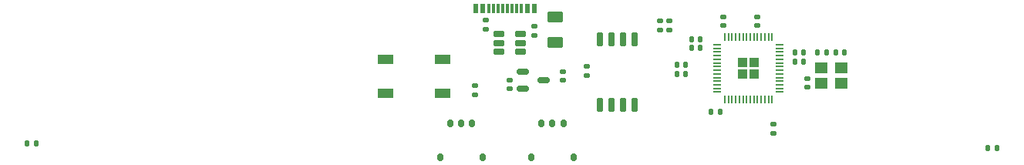
<source format=gbr>
%TF.GenerationSoftware,KiCad,Pcbnew,(7.0.0)*%
%TF.CreationDate,2023-02-23T19:51:54-08:00*%
%TF.ProjectId,4k-mania-keypad,346b2d6d-616e-4696-912d-6b6579706164,rev?*%
%TF.SameCoordinates,PX5ac6868PY7028288*%
%TF.FileFunction,Paste,Top*%
%TF.FilePolarity,Positive*%
%FSLAX46Y46*%
G04 Gerber Fmt 4.6, Leading zero omitted, Abs format (unit mm)*
G04 Created by KiCad (PCBNEW (7.0.0)) date 2023-02-23 19:51:54*
%MOMM*%
%LPD*%
G01*
G04 APERTURE LIST*
G04 Aperture macros list*
%AMRoundRect*
0 Rectangle with rounded corners*
0 $1 Rounding radius*
0 $2 $3 $4 $5 $6 $7 $8 $9 X,Y pos of 4 corners*
0 Add a 4 corners polygon primitive as box body*
4,1,4,$2,$3,$4,$5,$6,$7,$8,$9,$2,$3,0*
0 Add four circle primitives for the rounded corners*
1,1,$1+$1,$2,$3*
1,1,$1+$1,$4,$5*
1,1,$1+$1,$6,$7*
1,1,$1+$1,$8,$9*
0 Add four rect primitives between the rounded corners*
20,1,$1+$1,$2,$3,$4,$5,0*
20,1,$1+$1,$4,$5,$6,$7,0*
20,1,$1+$1,$6,$7,$8,$9,0*
20,1,$1+$1,$8,$9,$2,$3,0*%
G04 Aperture macros list end*
%ADD10RoundRect,0.135000X-0.185000X0.135000X-0.185000X-0.135000X0.185000X-0.135000X0.185000X0.135000X0*%
%ADD11RoundRect,0.150000X-0.150000X-0.275000X0.150000X-0.275000X0.150000X0.275000X-0.150000X0.275000X0*%
%ADD12RoundRect,0.175000X-0.175000X-0.225000X0.175000X-0.225000X0.175000X0.225000X-0.175000X0.225000X0*%
%ADD13RoundRect,0.135000X0.185000X-0.135000X0.185000X0.135000X-0.185000X0.135000X-0.185000X-0.135000X0*%
%ADD14RoundRect,0.140000X0.170000X-0.140000X0.170000X0.140000X-0.170000X0.140000X-0.170000X-0.140000X0*%
%ADD15RoundRect,0.140000X0.140000X0.170000X-0.140000X0.170000X-0.140000X-0.170000X0.140000X-0.170000X0*%
%ADD16RoundRect,0.140000X-0.170000X0.140000X-0.170000X-0.140000X0.170000X-0.140000X0.170000X0.140000X0*%
%ADD17RoundRect,0.140000X-0.140000X-0.170000X0.140000X-0.170000X0.140000X0.170000X-0.140000X0.170000X0*%
%ADD18RoundRect,0.250000X0.292217X-0.292217X0.292217X0.292217X-0.292217X0.292217X-0.292217X-0.292217X0*%
%ADD19RoundRect,0.050000X0.050000X-0.387500X0.050000X0.387500X-0.050000X0.387500X-0.050000X-0.387500X0*%
%ADD20RoundRect,0.050000X0.387500X-0.050000X0.387500X0.050000X-0.387500X0.050000X-0.387500X-0.050000X0*%
%ADD21RoundRect,0.150000X0.475000X0.150000X-0.475000X0.150000X-0.475000X-0.150000X0.475000X-0.150000X0*%
%ADD22RoundRect,0.147500X0.147500X0.172500X-0.147500X0.172500X-0.147500X-0.172500X0.147500X-0.172500X0*%
%ADD23RoundRect,0.150000X0.150000X-0.650000X0.150000X0.650000X-0.150000X0.650000X-0.150000X-0.650000X0*%
%ADD24R,1.800000X1.100000*%
%ADD25RoundRect,0.150000X-0.512500X-0.150000X0.512500X-0.150000X0.512500X0.150000X-0.512500X0.150000X0*%
%ADD26R,0.540000X1.100000*%
%ADD27R,0.300000X1.100000*%
%ADD28RoundRect,0.135000X0.135000X0.185000X-0.135000X0.185000X-0.135000X-0.185000X0.135000X-0.185000X0*%
%ADD29RoundRect,0.147500X-0.147500X-0.172500X0.147500X-0.172500X0.147500X0.172500X-0.147500X0.172500X0*%
%ADD30RoundRect,0.250000X-0.625000X0.375000X-0.625000X-0.375000X0.625000X-0.375000X0.625000X0.375000X0*%
%ADD31R,1.400000X1.200000*%
G04 APERTURE END LIST*
D10*
%TO.C,R4*%
X52538082Y28992019D03*
X52538082Y27972019D03*
%TD*%
%TO.C,R5*%
X72825000Y36115000D03*
X72825000Y35095000D03*
%TD*%
D11*
%TO.C,J3*%
X59815000Y24880000D03*
X61015000Y24880000D03*
X62215000Y24880000D03*
D12*
X58665000Y21105000D03*
X63365000Y21105000D03*
%TD*%
D13*
%TO.C,R1*%
X59015000Y34495000D03*
X59015000Y35515000D03*
%TD*%
D14*
%TO.C,C11*%
X83539949Y35592638D03*
X83539949Y36552638D03*
%TD*%
%TO.C,C9*%
X79815000Y35605000D03*
X79815000Y36565000D03*
%TD*%
D15*
%TO.C,C6*%
X77245000Y34105000D03*
X76285000Y34105000D03*
%TD*%
D16*
%TO.C,C8*%
X85318016Y24717345D03*
X85318016Y23757345D03*
%TD*%
D14*
%TO.C,C2*%
X56315000Y28625000D03*
X56315000Y29585000D03*
%TD*%
%TO.C,C4*%
X89009884Y28817420D03*
X89009884Y29777420D03*
%TD*%
D17*
%TO.C,C13*%
X87635000Y32605000D03*
X88595000Y32605000D03*
%TD*%
D18*
%TO.C,U1*%
X81902500Y30242500D03*
X83177500Y30242500D03*
X81902500Y31517500D03*
X83177500Y31517500D03*
D19*
X79940000Y27442500D03*
X80340000Y27442500D03*
X80740000Y27442500D03*
X81140000Y27442500D03*
X81540000Y27442500D03*
X81940000Y27442500D03*
X82340000Y27442500D03*
X82740000Y27442500D03*
X83140000Y27442500D03*
X83540000Y27442500D03*
X83940000Y27442500D03*
X84340000Y27442500D03*
X84740000Y27442500D03*
X85140000Y27442500D03*
D20*
X85977500Y28280000D03*
X85977500Y28680000D03*
X85977500Y29080000D03*
X85977500Y29480000D03*
X85977500Y29880000D03*
X85977500Y30280000D03*
X85977500Y30680000D03*
X85977500Y31080000D03*
X85977500Y31480000D03*
X85977500Y31880000D03*
X85977500Y32280000D03*
X85977500Y32680000D03*
X85977500Y33080000D03*
X85977500Y33480000D03*
D19*
X85140000Y34317500D03*
X84740000Y34317500D03*
X84340000Y34317500D03*
X83940000Y34317500D03*
X83540000Y34317500D03*
X83140000Y34317500D03*
X82740000Y34317500D03*
X82340000Y34317500D03*
X81940000Y34317500D03*
X81540000Y34317500D03*
X81140000Y34317500D03*
X80740000Y34317500D03*
X80340000Y34317500D03*
X79940000Y34317500D03*
D20*
X79102500Y33480000D03*
X79102500Y33080000D03*
X79102500Y32680000D03*
X79102500Y32280000D03*
X79102500Y31880000D03*
X79102500Y31480000D03*
X79102500Y31080000D03*
X79102500Y30680000D03*
X79102500Y30280000D03*
X79102500Y29880000D03*
X79102500Y29480000D03*
X79102500Y29080000D03*
X79102500Y28680000D03*
X79102500Y28280000D03*
%TD*%
D14*
%TO.C,C1*%
X62182214Y29592557D03*
X62182214Y30552557D03*
%TD*%
D21*
%TO.C,U2*%
X57502048Y32731164D03*
X57502048Y33681164D03*
X57502048Y34631164D03*
X55152048Y34631164D03*
X55152048Y33681164D03*
X55152048Y32731164D03*
%TD*%
D15*
%TO.C,C12*%
X75666995Y31249232D03*
X74706995Y31249232D03*
%TD*%
D22*
%TO.C,D1*%
X4300000Y22605000D03*
X3330000Y22605000D03*
%TD*%
D23*
%TO.C,U4*%
X66265000Y26905000D03*
X67535000Y26905000D03*
X68805000Y26905000D03*
X70075000Y26905000D03*
X70075000Y34105000D03*
X68805000Y34105000D03*
X67535000Y34105000D03*
X66265000Y34105000D03*
%TD*%
D24*
%TO.C,SW7*%
X48914999Y28154999D03*
X42714999Y31854999D03*
X48914999Y31854999D03*
X42714999Y28154999D03*
%TD*%
D25*
%TO.C,U3*%
X57740000Y30555000D03*
X57740000Y28655000D03*
X60015000Y29605000D03*
%TD*%
D17*
%TO.C,C5*%
X92135000Y32605000D03*
X93095000Y32605000D03*
%TD*%
D26*
%TO.C,J1*%
X59004999Y37464999D03*
X58254999Y37464999D03*
D27*
X57054999Y37464999D03*
X56054999Y37464999D03*
X55554999Y37464999D03*
X54554999Y37464999D03*
D26*
X53354999Y37464999D03*
X52604999Y37464999D03*
X52604999Y37464999D03*
X53354999Y37464999D03*
D27*
X54054999Y37464999D03*
X55054999Y37464999D03*
X56554999Y37464999D03*
X57554999Y37464999D03*
D26*
X58254999Y37464999D03*
X59004999Y37464999D03*
%TD*%
D16*
%TO.C,C3*%
X64815000Y31085000D03*
X64815000Y30125000D03*
%TD*%
D28*
%TO.C,R3*%
X91125000Y32605000D03*
X90105000Y32605000D03*
%TD*%
D29*
%TO.C,D2*%
X108830000Y22105000D03*
X109800000Y22105000D03*
%TD*%
D15*
%TO.C,C14*%
X77245000Y33105000D03*
X76285000Y33105000D03*
%TD*%
%TO.C,C10*%
X79406623Y26146343D03*
X78446623Y26146343D03*
%TD*%
D30*
%TO.C,F1*%
X61315000Y36505000D03*
X61315000Y33705000D03*
%TD*%
D17*
%TO.C,C7*%
X87655000Y31605000D03*
X88615000Y31605000D03*
%TD*%
D31*
%TO.C,Y1*%
X92714999Y30954999D03*
X90514999Y30954999D03*
X90514999Y29254999D03*
X92714999Y29254999D03*
%TD*%
D11*
%TO.C,J2*%
X49815000Y24880000D03*
X51015000Y24880000D03*
X52215000Y24880000D03*
D12*
X48665000Y21105000D03*
X53365000Y21105000D03*
%TD*%
D15*
%TO.C,C15*%
X75666995Y30249232D03*
X74706995Y30249232D03*
%TD*%
D10*
%TO.C,R2*%
X53715000Y36215000D03*
X53715000Y35195000D03*
%TD*%
%TO.C,R6*%
X73815000Y36115000D03*
X73815000Y35095000D03*
%TD*%
M02*

</source>
